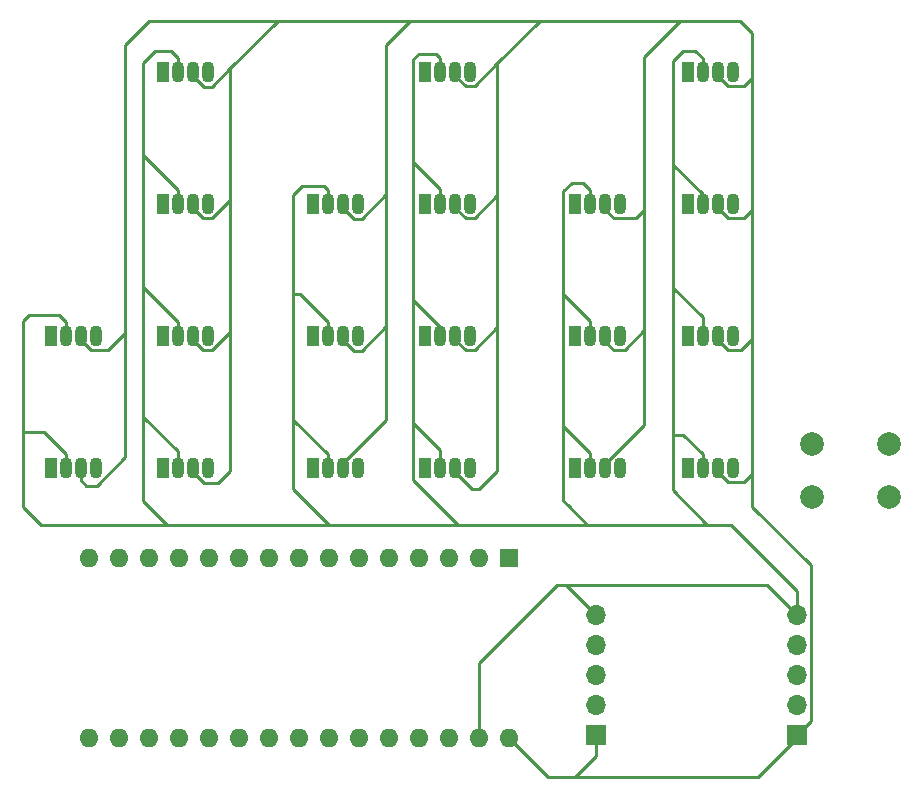
<source format=gbr>
%TF.GenerationSoftware,KiCad,Pcbnew,7.0.10-1.fc39*%
%TF.CreationDate,2024-02-18T17:05:32+01:00*%
%TF.ProjectId,BinaryClock,42696e61-7279-4436-9c6f-636b2e6b6963,rev?*%
%TF.SameCoordinates,Original*%
%TF.FileFunction,Copper,L2,Bot*%
%TF.FilePolarity,Positive*%
%FSLAX46Y46*%
G04 Gerber Fmt 4.6, Leading zero omitted, Abs format (unit mm)*
G04 Created by KiCad (PCBNEW 7.0.10-1.fc39) date 2024-02-18 17:05:32*
%MOMM*%
%LPD*%
G01*
G04 APERTURE LIST*
%TA.AperFunction,ComponentPad*%
%ADD10R,1.700000X1.700000*%
%TD*%
%TA.AperFunction,ComponentPad*%
%ADD11O,1.700000X1.700000*%
%TD*%
%TA.AperFunction,ComponentPad*%
%ADD12O,1.070000X1.800000*%
%TD*%
%TA.AperFunction,ComponentPad*%
%ADD13R,1.070000X1.800000*%
%TD*%
%TA.AperFunction,ComponentPad*%
%ADD14R,1.600000X1.600000*%
%TD*%
%TA.AperFunction,ComponentPad*%
%ADD15O,1.600000X1.600000*%
%TD*%
%TA.AperFunction,ComponentPad*%
%ADD16C,2.000000*%
%TD*%
%TA.AperFunction,Conductor*%
%ADD17C,0.250000*%
%TD*%
G04 APERTURE END LIST*
D10*
%TO.P,J2,1,Pin_1*%
%TO.N,+5V*%
X142240000Y-92964000D03*
D11*
%TO.P,J2,2,Pin_2*%
%TO.N,unconnected-(J2-Pin_2-Pad2)*%
X142240000Y-90424000D03*
%TO.P,J2,3,Pin_3*%
%TO.N,unconnected-(J2-Pin_3-Pad3)*%
X142240000Y-87884000D03*
%TO.P,J2,4,Pin_4*%
%TO.N,unconnected-(J2-Pin_4-Pad4)*%
X142240000Y-85344000D03*
%TO.P,J2,5,Pin_5*%
%TO.N,GND*%
X142240000Y-82804000D03*
%TD*%
D12*
%TO.P,D7,1,DOUT*%
%TO.N,Net-(D7-DOUT)*%
X127254000Y-48006000D03*
D13*
%TO.P,D7,2,DIN*%
%TO.N,Net-(D6-DOUT)*%
X123444000Y-48006000D03*
D12*
%TO.P,D7,3,VCC*%
%TO.N,+5V*%
X125984000Y-48006000D03*
%TO.P,D7,6,VSS*%
%TO.N,GND*%
X124714000Y-48006000D03*
%TD*%
D14*
%TO.P,A1,1,D1/TX*%
%TO.N,unconnected-(A1-D1{slash}TX-Pad1)*%
X117856000Y-77978000D03*
D15*
%TO.P,A1,2,D0/RX*%
%TO.N,unconnected-(A1-D0{slash}RX-Pad2)*%
X115316000Y-77978000D03*
%TO.P,A1,3,~{RESET}*%
%TO.N,unconnected-(A1-~{RESET}-Pad3)*%
X112776000Y-77978000D03*
%TO.P,A1,4,GND*%
%TO.N,unconnected-(A1-GND-Pad4)*%
X110236000Y-77978000D03*
%TO.P,A1,5,D2*%
%TO.N,unconnected-(A1-D2-Pad5)*%
X107696000Y-77978000D03*
%TO.P,A1,6,D3*%
%TO.N,unconnected-(A1-D3-Pad6)*%
X105156000Y-77978000D03*
%TO.P,A1,7,D4*%
%TO.N,unconnected-(A1-D4-Pad7)*%
X102616000Y-77978000D03*
%TO.P,A1,8,D5*%
%TO.N,unconnected-(A1-D5-Pad8)*%
X100076000Y-77978000D03*
%TO.P,A1,9,D6*%
%TO.N,Net-(A1-D6)*%
X97536000Y-77978000D03*
%TO.P,A1,10,D7*%
%TO.N,Net-(A1-D7)*%
X94996000Y-77978000D03*
%TO.P,A1,11,D8*%
%TO.N,unconnected-(A1-D8-Pad11)*%
X92456000Y-77978000D03*
%TO.P,A1,12,D9*%
%TO.N,unconnected-(A1-D9-Pad12)*%
X89916000Y-77978000D03*
%TO.P,A1,13,D10*%
%TO.N,unconnected-(A1-D10-Pad13)*%
X87376000Y-77978000D03*
%TO.P,A1,14,D11*%
%TO.N,unconnected-(A1-D11-Pad14)*%
X84836000Y-77978000D03*
%TO.P,A1,15,D12*%
%TO.N,unconnected-(A1-D12-Pad15)*%
X82296000Y-77978000D03*
%TO.P,A1,16,D13*%
%TO.N,unconnected-(A1-D13-Pad16)*%
X82296000Y-93218000D03*
%TO.P,A1,17,3V3*%
%TO.N,unconnected-(A1-3V3-Pad17)*%
X84836000Y-93218000D03*
%TO.P,A1,18,AREF*%
%TO.N,unconnected-(A1-AREF-Pad18)*%
X87376000Y-93218000D03*
%TO.P,A1,19,A0*%
%TO.N,unconnected-(A1-A0-Pad19)*%
X89916000Y-93218000D03*
%TO.P,A1,20,A1*%
%TO.N,unconnected-(A1-A1-Pad20)*%
X92456000Y-93218000D03*
%TO.P,A1,21,A2*%
%TO.N,unconnected-(A1-A2-Pad21)*%
X94996000Y-93218000D03*
%TO.P,A1,22,A3*%
%TO.N,unconnected-(A1-A3-Pad22)*%
X97536000Y-93218000D03*
%TO.P,A1,23,A4*%
%TO.N,Net-(A1-A4)*%
X100076000Y-93218000D03*
%TO.P,A1,24,A5*%
%TO.N,Net-(A1-A5)*%
X102616000Y-93218000D03*
%TO.P,A1,25,A6*%
%TO.N,unconnected-(A1-A6-Pad25)*%
X105156000Y-93218000D03*
%TO.P,A1,26,A7*%
%TO.N,unconnected-(A1-A7-Pad26)*%
X107696000Y-93218000D03*
%TO.P,A1,27,+5V*%
%TO.N,unconnected-(A1-+5V-Pad27)*%
X110236000Y-93218000D03*
%TO.P,A1,28,~{RESET}*%
%TO.N,unconnected-(A1-~{RESET}-Pad28)*%
X112776000Y-93218000D03*
%TO.P,A1,29,GND*%
%TO.N,GND*%
X115316000Y-93218000D03*
%TO.P,A1,30,VIN*%
%TO.N,+5V*%
X117856000Y-93218000D03*
%TD*%
D12*
%TO.P,D17,1,DOUT*%
%TO.N,Net-(D17-DOUT)*%
X92349000Y-48006000D03*
D13*
%TO.P,D17,2,DIN*%
%TO.N,Net-(D16-DOUT)*%
X88539000Y-48006000D03*
D12*
%TO.P,D17,3,VCC*%
%TO.N,+5V*%
X91079000Y-48006000D03*
%TO.P,D17,6,VSS*%
%TO.N,GND*%
X89809000Y-48006000D03*
%TD*%
%TO.P,D8,1,DOUT*%
%TO.N,Net-(D8-DOUT)*%
X114554000Y-70358000D03*
D13*
%TO.P,D8,2,DIN*%
%TO.N,Net-(D7-DOUT)*%
X110744000Y-70358000D03*
D12*
%TO.P,D8,3,VCC*%
%TO.N,+5V*%
X113284000Y-70358000D03*
%TO.P,D8,6,VSS*%
%TO.N,GND*%
X112014000Y-70358000D03*
%TD*%
%TO.P,D1,1,DOUT*%
%TO.N,Net-(D1-DOUT)*%
X136759000Y-70358000D03*
D13*
%TO.P,D1,2,DIN*%
%TO.N,Net-(A1-D6)*%
X132949000Y-70358000D03*
D12*
%TO.P,D1,3,VCC*%
%TO.N,+5V*%
X135489000Y-70358000D03*
%TO.P,D1,6,VSS*%
%TO.N,GND*%
X134219000Y-70358000D03*
%TD*%
%TO.P,D18,1,DOUT*%
%TO.N,Net-(D18-DOUT)*%
X92349000Y-36830000D03*
D13*
%TO.P,D18,2,DIN*%
%TO.N,Net-(D17-DOUT)*%
X88539000Y-36830000D03*
D12*
%TO.P,D18,3,VCC*%
%TO.N,+5V*%
X91079000Y-36830000D03*
%TO.P,D18,6,VSS*%
%TO.N,GND*%
X89809000Y-36830000D03*
%TD*%
D16*
%TO.P,SW1,1,1*%
%TO.N,GND*%
X143510000Y-68326000D03*
X150010000Y-68326000D03*
%TO.P,SW1,2,2*%
%TO.N,Net-(A1-D7)*%
X143510000Y-72826000D03*
X150010000Y-72826000D03*
%TD*%
D12*
%TO.P,D14,1,DOUT*%
%TO.N,Net-(D14-DOUT)*%
X105049000Y-48006000D03*
D13*
%TO.P,D14,2,DIN*%
%TO.N,Net-(D13-DOUT)*%
X101239000Y-48006000D03*
D12*
%TO.P,D14,3,VCC*%
%TO.N,+5V*%
X103779000Y-48006000D03*
%TO.P,D14,6,VSS*%
%TO.N,GND*%
X102509000Y-48006000D03*
%TD*%
%TO.P,D2,1,DOUT*%
%TO.N,Net-(D2-DOUT)*%
X136759000Y-59182000D03*
D13*
%TO.P,D2,2,DIN*%
%TO.N,Net-(D1-DOUT)*%
X132949000Y-59182000D03*
D12*
%TO.P,D2,3,VCC*%
%TO.N,+5V*%
X135489000Y-59182000D03*
%TO.P,D2,6,VSS*%
%TO.N,GND*%
X134219000Y-59182000D03*
%TD*%
%TO.P,D6,1,DOUT*%
%TO.N,Net-(D6-DOUT)*%
X127254000Y-59182000D03*
D13*
%TO.P,D6,2,DIN*%
%TO.N,Net-(D5-DOUT)*%
X123444000Y-59182000D03*
D12*
%TO.P,D6,3,VCC*%
%TO.N,+5V*%
X125984000Y-59182000D03*
%TO.P,D6,6,VSS*%
%TO.N,GND*%
X124714000Y-59182000D03*
%TD*%
%TO.P,D3,1,DOUT*%
%TO.N,Net-(D3-DOUT)*%
X136759000Y-48006000D03*
D13*
%TO.P,D3,2,DIN*%
%TO.N,Net-(D2-DOUT)*%
X132949000Y-48006000D03*
D12*
%TO.P,D3,3,VCC*%
%TO.N,+5V*%
X135489000Y-48006000D03*
%TO.P,D3,6,VSS*%
%TO.N,GND*%
X134219000Y-48006000D03*
%TD*%
%TO.P,D4,1,DOUT*%
%TO.N,Net-(D4-DOUT)*%
X136759000Y-36830000D03*
D13*
%TO.P,D4,2,DIN*%
%TO.N,Net-(D3-DOUT)*%
X132949000Y-36830000D03*
D12*
%TO.P,D4,3,VCC*%
%TO.N,+5V*%
X135489000Y-36830000D03*
%TO.P,D4,6,VSS*%
%TO.N,GND*%
X134219000Y-36830000D03*
%TD*%
%TO.P,D11,1,DOUT*%
%TO.N,Net-(D11-DOUT)*%
X114554000Y-36830000D03*
D13*
%TO.P,D11,2,DIN*%
%TO.N,Net-(D10-DOUT)*%
X110744000Y-36830000D03*
D12*
%TO.P,D11,3,VCC*%
%TO.N,+5V*%
X113284000Y-36830000D03*
%TO.P,D11,6,VSS*%
%TO.N,GND*%
X112014000Y-36830000D03*
%TD*%
%TO.P,D16,1,DOUT*%
%TO.N,Net-(D16-DOUT)*%
X92352000Y-59182000D03*
D13*
%TO.P,D16,2,DIN*%
%TO.N,Net-(D15-DOUT)*%
X88542000Y-59182000D03*
D12*
%TO.P,D16,3,VCC*%
%TO.N,+5V*%
X91082000Y-59182000D03*
%TO.P,D16,6,VSS*%
%TO.N,GND*%
X89812000Y-59182000D03*
%TD*%
%TO.P,D20,1,DOUT*%
%TO.N,unconnected-(D20-DOUT-Pad1)*%
X82852000Y-59182000D03*
D13*
%TO.P,D20,2,DIN*%
%TO.N,Net-(D19-DOUT)*%
X79042000Y-59182000D03*
D12*
%TO.P,D20,3,VCC*%
%TO.N,+5V*%
X81582000Y-59182000D03*
%TO.P,D20,6,VSS*%
%TO.N,GND*%
X80312000Y-59182000D03*
%TD*%
%TO.P,D12,1,DOUT*%
%TO.N,Net-(D12-DOUT)*%
X105052000Y-70358000D03*
D13*
%TO.P,D12,2,DIN*%
%TO.N,Net-(D11-DOUT)*%
X101242000Y-70358000D03*
D12*
%TO.P,D12,3,VCC*%
%TO.N,+5V*%
X103782000Y-70358000D03*
%TO.P,D12,6,VSS*%
%TO.N,GND*%
X102512000Y-70358000D03*
%TD*%
%TO.P,D5,1,DOUT*%
%TO.N,Net-(D5-DOUT)*%
X127254000Y-70358000D03*
D13*
%TO.P,D5,2,DIN*%
%TO.N,Net-(D4-DOUT)*%
X123444000Y-70358000D03*
D12*
%TO.P,D5,3,VCC*%
%TO.N,+5V*%
X125984000Y-70358000D03*
%TO.P,D5,6,VSS*%
%TO.N,GND*%
X124714000Y-70358000D03*
%TD*%
%TO.P,D15,1,DOUT*%
%TO.N,Net-(D15-DOUT)*%
X92352000Y-70358000D03*
D13*
%TO.P,D15,2,DIN*%
%TO.N,Net-(D14-DOUT)*%
X88542000Y-70358000D03*
D12*
%TO.P,D15,3,VCC*%
%TO.N,+5V*%
X91082000Y-70358000D03*
%TO.P,D15,6,VSS*%
%TO.N,GND*%
X89812000Y-70358000D03*
%TD*%
%TO.P,D13,1,DOUT*%
%TO.N,Net-(D13-DOUT)*%
X105052000Y-59182000D03*
D13*
%TO.P,D13,2,DIN*%
%TO.N,Net-(D12-DOUT)*%
X101242000Y-59182000D03*
D12*
%TO.P,D13,3,VCC*%
%TO.N,+5V*%
X103782000Y-59182000D03*
%TO.P,D13,6,VSS*%
%TO.N,GND*%
X102512000Y-59182000D03*
%TD*%
%TO.P,D9,1,DOUT*%
%TO.N,Net-(D10-DIN)*%
X114554000Y-59182000D03*
D13*
%TO.P,D9,2,DIN*%
%TO.N,Net-(D8-DOUT)*%
X110744000Y-59182000D03*
D12*
%TO.P,D9,3,VCC*%
%TO.N,+5V*%
X113284000Y-59182000D03*
%TO.P,D9,6,VSS*%
%TO.N,GND*%
X112014000Y-59182000D03*
%TD*%
D10*
%TO.P,J1,1,Pin_1*%
%TO.N,+5V*%
X125222000Y-92964000D03*
D11*
%TO.P,J1,2,Pin_2*%
%TO.N,Net-(A1-A4)*%
X125222000Y-90424000D03*
%TO.P,J1,3,Pin_3*%
%TO.N,Net-(A1-A5)*%
X125222000Y-87884000D03*
%TO.P,J1,4,Pin_4*%
%TO.N,unconnected-(J1-Pin_4-Pad4)*%
X125222000Y-85344000D03*
%TO.P,J1,5,Pin_5*%
%TO.N,GND*%
X125222000Y-82804000D03*
%TD*%
D12*
%TO.P,D10,1,DOUT*%
%TO.N,Net-(D10-DOUT)*%
X114554000Y-48006000D03*
D13*
%TO.P,D10,2,DIN*%
%TO.N,Net-(D10-DIN)*%
X110744000Y-48006000D03*
D12*
%TO.P,D10,3,VCC*%
%TO.N,+5V*%
X113284000Y-48006000D03*
%TO.P,D10,6,VSS*%
%TO.N,GND*%
X112014000Y-48006000D03*
%TD*%
%TO.P,D19,1,DOUT*%
%TO.N,Net-(D19-DOUT)*%
X82852000Y-70358000D03*
D13*
%TO.P,D19,2,DIN*%
%TO.N,Net-(D18-DOUT)*%
X79042000Y-70358000D03*
D12*
%TO.P,D19,3,VCC*%
%TO.N,+5V*%
X81582000Y-70358000D03*
%TO.P,D19,6,VSS*%
%TO.N,GND*%
X80312000Y-70358000D03*
%TD*%
D17*
%TO.N,GND*%
X122174000Y-80264000D02*
X121920000Y-80264000D01*
X139700000Y-80264000D02*
X122174000Y-80264000D01*
X122174000Y-80264000D02*
X122682000Y-80264000D01*
X122682000Y-80264000D02*
X125222000Y-82804000D01*
X142240000Y-82804000D02*
X139700000Y-80264000D01*
X121920000Y-80264000D02*
X115316000Y-86868000D01*
X115316000Y-86868000D02*
X115316000Y-93218000D01*
%TO.N,+5V*%
X123444000Y-96520000D02*
X138938000Y-96520000D01*
X121158000Y-96520000D02*
X123444000Y-96520000D01*
X123444000Y-96520000D02*
X125222000Y-94742000D01*
X125222000Y-94742000D02*
X125222000Y-92964000D01*
X117856000Y-93218000D02*
X121158000Y-96520000D01*
X138938000Y-96520000D02*
X142240000Y-93218000D01*
X142240000Y-93218000D02*
X142240000Y-92964000D01*
X138430000Y-73660000D02*
X143415000Y-78645000D01*
X143415000Y-78645000D02*
X143415000Y-91789000D01*
X143415000Y-91789000D02*
X142240000Y-92964000D01*
%TO.N,GND*%
X136398000Y-75184000D02*
X136652000Y-75184000D01*
X136652000Y-75184000D02*
X142240000Y-80772000D01*
X142240000Y-80772000D02*
X142240000Y-82804000D01*
X131699000Y-35941000D02*
X132588000Y-35052000D01*
X89812000Y-70358000D02*
X89812000Y-70723000D01*
X136398000Y-75184000D02*
X134620000Y-75184000D01*
X99568000Y-72136000D02*
X99568000Y-66294000D01*
X124460000Y-75184000D02*
X136398000Y-75184000D01*
X112014000Y-68834000D02*
X112014000Y-70358000D01*
X102512000Y-69238000D02*
X102512000Y-70358000D01*
X76708000Y-73660000D02*
X76708000Y-67310000D01*
X89181000Y-35052000D02*
X89809000Y-35680000D01*
X86868000Y-55088000D02*
X89812000Y-58032000D01*
X86868000Y-67818000D02*
X86868000Y-66040000D01*
X102509000Y-46856000D02*
X102509000Y-48006000D01*
X133591000Y-35052000D02*
X134219000Y-35680000D01*
X109728000Y-66548000D02*
X112014000Y-68834000D01*
X131699000Y-44704000D02*
X134219000Y-47224000D01*
X122428000Y-55626000D02*
X124714000Y-57912000D01*
X86868000Y-36068000D02*
X87884000Y-35052000D01*
X132575000Y-67564000D02*
X134219000Y-69208000D01*
X131699000Y-72263000D02*
X131699000Y-67564000D01*
X86868000Y-43915000D02*
X89809000Y-46856000D01*
X102616000Y-75184000D02*
X88900000Y-75184000D01*
X102616000Y-75184000D02*
X99568000Y-72136000D01*
X131699000Y-55118000D02*
X134219000Y-57638000D01*
X132588000Y-35052000D02*
X133591000Y-35052000D01*
X76708000Y-67310000D02*
X76708000Y-57912000D01*
X124714000Y-57912000D02*
X124714000Y-59182000D01*
X134219000Y-69208000D02*
X134219000Y-70358000D01*
X134219000Y-57638000D02*
X134219000Y-59182000D01*
X109728000Y-44450000D02*
X109728000Y-35761000D01*
X122428000Y-46937000D02*
X123137000Y-46228000D01*
X86868000Y-54864000D02*
X86868000Y-43180000D01*
X80312000Y-69208000D02*
X80312000Y-70358000D01*
X122428000Y-55626000D02*
X122428000Y-46937000D01*
X134620000Y-75184000D02*
X131699000Y-72263000D01*
X109728000Y-71427000D02*
X113485000Y-75184000D01*
X99568000Y-66294000D02*
X102512000Y-69238000D01*
X131699000Y-67564000D02*
X131699000Y-61722000D01*
X89812000Y-68984000D02*
X89812000Y-70358000D01*
X124714000Y-69088000D02*
X124714000Y-70358000D01*
X77216000Y-57404000D02*
X79684000Y-57404000D01*
X109728000Y-71427000D02*
X109728000Y-66548000D01*
X131699000Y-50546000D02*
X131699000Y-44704000D01*
X80312000Y-70358000D02*
X80312000Y-70723000D01*
X113538000Y-75184000D02*
X102616000Y-75184000D01*
X89809000Y-46856000D02*
X89809000Y-48006000D01*
X99568000Y-47244000D02*
X100330000Y-46482000D01*
X76708000Y-67310000D02*
X78414000Y-67310000D01*
X112014000Y-70723000D02*
X112014000Y-70358000D01*
X87884000Y-35052000D02*
X89181000Y-35052000D01*
X102512000Y-70723000D02*
X102512000Y-70358000D01*
X78232000Y-75184000D02*
X76708000Y-73660000D01*
X122809000Y-73533000D02*
X124460000Y-75184000D01*
X113538000Y-75184000D02*
X113485000Y-75184000D01*
X123137000Y-46228000D02*
X124086000Y-46228000D01*
X131699000Y-61722000D02*
X131699000Y-55118000D01*
X80312000Y-58032000D02*
X80312000Y-59182000D01*
X134219000Y-47224000D02*
X134219000Y-48006000D01*
X124460000Y-75184000D02*
X113538000Y-75184000D01*
X122428000Y-66802000D02*
X124714000Y-69088000D01*
X86868000Y-66040000D02*
X89812000Y-68984000D01*
X78414000Y-67310000D02*
X80312000Y-69208000D01*
X86868000Y-43180000D02*
X86868000Y-43915000D01*
X88900000Y-75184000D02*
X86868000Y-73152000D01*
X100330000Y-46482000D02*
X102135000Y-46482000D01*
X109728000Y-56134000D02*
X109728000Y-44450000D01*
X102135000Y-46482000D02*
X102509000Y-46856000D01*
X86868000Y-73152000D02*
X86868000Y-67818000D01*
X89812000Y-48009000D02*
X89809000Y-48006000D01*
X112014000Y-46736000D02*
X112014000Y-48006000D01*
X111640000Y-35306000D02*
X112014000Y-35680000D01*
X86868000Y-54864000D02*
X86868000Y-55088000D01*
X86868000Y-66040000D02*
X86868000Y-54864000D01*
X112014000Y-58420000D02*
X112014000Y-59182000D01*
X109728000Y-35761000D02*
X110183000Y-35306000D01*
X110183000Y-35306000D02*
X111640000Y-35306000D01*
X99568000Y-66294000D02*
X99568000Y-55626000D01*
X109728000Y-66548000D02*
X109728000Y-56134000D01*
X102512000Y-58032000D02*
X102512000Y-59182000D01*
X86868000Y-43180000D02*
X86868000Y-36068000D01*
X88900000Y-75184000D02*
X78232000Y-75184000D01*
X112014000Y-35680000D02*
X112014000Y-36830000D01*
X122428000Y-66802000D02*
X122428000Y-55626000D01*
X131699000Y-44704000D02*
X131699000Y-35941000D01*
X100106000Y-55626000D02*
X102512000Y-58032000D01*
X76708000Y-57912000D02*
X77216000Y-57404000D01*
X102512000Y-48009000D02*
X102509000Y-48006000D01*
X122428000Y-73152000D02*
X122428000Y-66802000D01*
X89809000Y-35680000D02*
X89809000Y-36830000D01*
X131699000Y-67564000D02*
X132575000Y-67564000D01*
X99568000Y-55626000D02*
X99568000Y-47244000D01*
X134219000Y-35680000D02*
X134219000Y-36830000D01*
X89812000Y-58032000D02*
X89812000Y-59182000D01*
X131699000Y-55118000D02*
X131699000Y-50546000D01*
X122809000Y-73533000D02*
X122428000Y-73152000D01*
X124714000Y-46856000D02*
X124714000Y-48006000D01*
X109728000Y-44450000D02*
X112014000Y-46736000D01*
X124086000Y-46228000D02*
X124714000Y-46856000D01*
X79684000Y-57404000D02*
X80312000Y-58032000D01*
X99568000Y-55626000D02*
X100106000Y-55626000D01*
X109728000Y-56134000D02*
X112014000Y-58420000D01*
%TO.N,+5V*%
X92705224Y-49231000D02*
X91939000Y-49231000D01*
X83865000Y-60407000D02*
X85344000Y-58928000D01*
X135489000Y-70358000D02*
X135489000Y-70723000D01*
X114910224Y-49231000D02*
X114144000Y-49231000D01*
X138430000Y-70866000D02*
X138430000Y-73660000D01*
X120453224Y-32512000D02*
X121158000Y-32512000D01*
X138430000Y-48514000D02*
X138430000Y-51562000D01*
X98248224Y-32512000D02*
X99314000Y-32512000D01*
X138430000Y-62484000D02*
X138430000Y-70866000D01*
X114910224Y-60407000D02*
X114144000Y-60407000D01*
X103782000Y-48009000D02*
X103779000Y-48006000D01*
X136349000Y-49231000D02*
X137713000Y-49231000D01*
X91079000Y-48371000D02*
X91079000Y-48006000D01*
X99314000Y-32512000D02*
X87376000Y-32512000D01*
X116840000Y-36125224D02*
X116840000Y-47301224D01*
X113284000Y-37195000D02*
X113284000Y-36830000D01*
X135489000Y-36830000D02*
X135489000Y-36465000D01*
X135489000Y-48006000D02*
X135489000Y-48621000D01*
X137713000Y-49231000D02*
X138430000Y-48514000D01*
X107442000Y-47194224D02*
X105360224Y-49276000D01*
X129286000Y-66744776D02*
X125984000Y-70046776D01*
X81582000Y-71422000D02*
X81582000Y-70358000D01*
X85344000Y-55108776D02*
X85344000Y-58928000D01*
X91942000Y-60407000D02*
X91082000Y-59547000D01*
X129286000Y-48514000D02*
X129286000Y-58731224D01*
X116840000Y-58166000D02*
X116840000Y-58477224D01*
X138426000Y-73660000D02*
X138430000Y-73660000D01*
X107442000Y-34544000D02*
X109474000Y-32512000D01*
X137459000Y-60407000D02*
X138430000Y-59436000D01*
X121158000Y-32512000D02*
X109474000Y-32512000D01*
X138430000Y-51562000D02*
X138430000Y-59436000D01*
X129286000Y-35560000D02*
X132334000Y-32512000D01*
X91082000Y-70723000D02*
X91082000Y-70358000D01*
X135489000Y-59547000D02*
X136349000Y-60407000D01*
X125984000Y-48514000D02*
X125984000Y-48006000D01*
X81582000Y-59182000D02*
X81582000Y-59547000D01*
X109474000Y-32512000D02*
X99314000Y-32512000D01*
X85344000Y-34544000D02*
X85344000Y-37592000D01*
X113284000Y-70723000D02*
X113284000Y-70358000D01*
X107442000Y-58166000D02*
X107442000Y-58373224D01*
X104684000Y-49276000D02*
X103779000Y-48371000D01*
X103782000Y-69993000D02*
X103782000Y-70358000D01*
X91079000Y-36830000D02*
X91079000Y-36465000D01*
X114697000Y-72136000D02*
X113284000Y-70723000D01*
X107442000Y-58166000D02*
X107442000Y-66333000D01*
X129286000Y-58731224D02*
X129286000Y-66744776D01*
X137414000Y-32512000D02*
X132334000Y-32512000D01*
X85344000Y-58928000D02*
X85344000Y-69447224D01*
X116840000Y-36125224D02*
X120453224Y-32512000D01*
X94234000Y-70612000D02*
X93218000Y-71628000D01*
X105360224Y-49276000D02*
X104684000Y-49276000D01*
X135489000Y-59182000D02*
X135489000Y-59547000D01*
X94234000Y-47702224D02*
X94234000Y-58881224D01*
X125984000Y-70046776D02*
X125984000Y-70358000D01*
X82042000Y-71882000D02*
X81582000Y-71422000D01*
X82442000Y-60407000D02*
X83865000Y-60407000D01*
X135489000Y-48006000D02*
X135489000Y-48371000D01*
X94234000Y-58881224D02*
X92708224Y-60407000D01*
X94234000Y-47702224D02*
X92705224Y-49231000D01*
X138430000Y-36919776D02*
X138430000Y-40132000D01*
X92660224Y-38100000D02*
X91984000Y-38100000D01*
X135489000Y-48371000D02*
X136349000Y-49231000D01*
X94234000Y-58881224D02*
X94234000Y-70612000D01*
X93218000Y-71628000D02*
X91987000Y-71628000D01*
X116840000Y-36125224D02*
X114910224Y-38055000D01*
X136349000Y-71583000D02*
X137713000Y-71583000D01*
X85344000Y-37592000D02*
X85344000Y-55108776D01*
X103779000Y-48371000D02*
X103779000Y-48006000D01*
X107442000Y-47194224D02*
X107442000Y-34544000D01*
X135489000Y-70723000D02*
X136349000Y-71583000D01*
X81582000Y-70046776D02*
X81582000Y-70358000D01*
X129286000Y-48514000D02*
X129286000Y-35560000D01*
X116840000Y-58477224D02*
X114910224Y-60407000D01*
X91939000Y-49231000D02*
X91079000Y-48371000D01*
X137713000Y-71583000D02*
X138430000Y-70866000D01*
X94234000Y-36526224D02*
X94234000Y-47702224D01*
X126701000Y-60407000D02*
X125984000Y-59690000D01*
X138430000Y-36919776D02*
X138430000Y-33528000D01*
X87376000Y-32512000D02*
X85344000Y-34544000D01*
X94234000Y-36526224D02*
X98248224Y-32512000D01*
X116840000Y-47301224D02*
X114910224Y-49231000D01*
X128569000Y-49231000D02*
X126701000Y-49231000D01*
X81582000Y-58870776D02*
X81582000Y-59182000D01*
X116840000Y-47301224D02*
X116840000Y-58166000D01*
X81582000Y-59547000D02*
X82442000Y-60407000D01*
X125984000Y-59690000D02*
X125984000Y-59182000D01*
X116840000Y-58166000D02*
X116840000Y-70612000D01*
X126701000Y-49231000D02*
X125984000Y-48514000D01*
X138430000Y-40132000D02*
X138430000Y-48514000D01*
X129286000Y-48514000D02*
X128569000Y-49231000D01*
X94234000Y-36526224D02*
X92660224Y-38100000D01*
X107442000Y-47194224D02*
X107442000Y-58166000D01*
X138426000Y-62484000D02*
X138430000Y-62484000D01*
X113284000Y-36830000D02*
X113284000Y-36465000D01*
X105363224Y-60452000D02*
X104687000Y-60452000D01*
X107442000Y-58373224D02*
X105363224Y-60452000D01*
X135489000Y-36830000D02*
X135489000Y-37195000D01*
X137713000Y-38055000D02*
X138430000Y-37338000D01*
X138430000Y-33528000D02*
X137414000Y-32512000D01*
X113284000Y-59547000D02*
X113284000Y-59182000D01*
X114144000Y-38055000D02*
X113284000Y-37195000D01*
X103782000Y-59547000D02*
X103782000Y-59182000D01*
X114144000Y-60407000D02*
X113284000Y-59547000D01*
X113284000Y-48371000D02*
X113284000Y-48006000D01*
X107442000Y-66333000D02*
X103782000Y-69993000D01*
X114910224Y-38055000D02*
X114144000Y-38055000D01*
X115316000Y-72136000D02*
X114697000Y-72136000D01*
X91082000Y-48009000D02*
X91079000Y-48006000D01*
X114144000Y-49231000D02*
X113284000Y-48371000D01*
X82909224Y-71882000D02*
X82042000Y-71882000D01*
X138430000Y-59436000D02*
X138430000Y-62484000D01*
X136349000Y-60407000D02*
X137459000Y-60407000D01*
X129286000Y-58731224D02*
X127610224Y-60407000D01*
X132334000Y-32512000D02*
X121158000Y-32512000D01*
X104687000Y-60452000D02*
X103782000Y-59547000D01*
X91082000Y-59547000D02*
X91082000Y-59182000D01*
X91987000Y-71628000D02*
X91082000Y-70723000D01*
X127610224Y-60407000D02*
X126701000Y-60407000D01*
X135489000Y-37195000D02*
X136349000Y-38055000D01*
X92708224Y-60407000D02*
X91942000Y-60407000D01*
X116840000Y-70612000D02*
X115316000Y-72136000D01*
X91984000Y-38100000D02*
X91079000Y-37195000D01*
X91079000Y-37195000D02*
X91079000Y-36830000D01*
X136349000Y-38055000D02*
X137713000Y-38055000D01*
X85344000Y-69447224D02*
X82909224Y-71882000D01*
%TD*%
M02*

</source>
